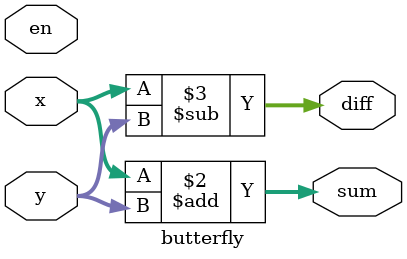
<source format=v>
module butterfly(
    output reg [31:0] sum,diff,                                           // 32-bit output registers to store sum and difference
    input [31:0] x,y,                                                     // 32-bit input nets x and y
    input en                                                              // To enable the operation of butterfly
    );

always @(en or x or y)
begin
  sum=x+y;
  diff=x-y;
end
endmodule

</source>
